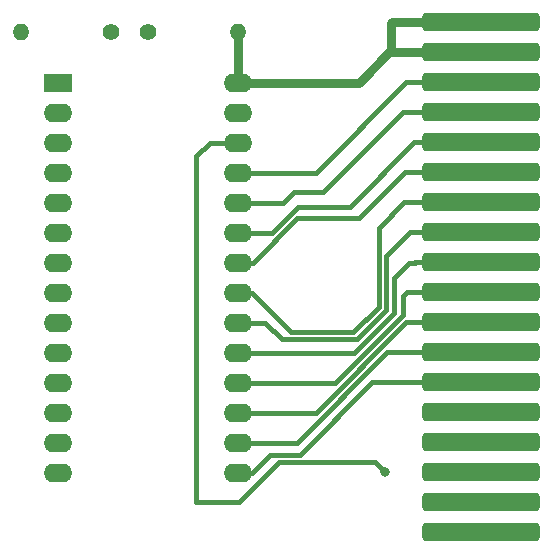
<source format=gtl>
G04 #@! TF.GenerationSoftware,KiCad,Pcbnew,8.0.1*
G04 #@! TF.CreationDate,2024-04-23T01:02:40+02:00*
G04 #@! TF.ProjectId,vectrex_cart_v1.01,76656374-7265-4785-9f63-6172745f7631,V0.1*
G04 #@! TF.SameCoordinates,Original*
G04 #@! TF.FileFunction,Copper,L1,Top*
G04 #@! TF.FilePolarity,Positive*
%FSLAX46Y46*%
G04 Gerber Fmt 4.6, Leading zero omitted, Abs format (unit mm)*
G04 Created by KiCad (PCBNEW 8.0.1) date 2024-04-23 01:02:40*
%MOMM*%
%LPD*%
G01*
G04 APERTURE LIST*
G04 Aperture macros list*
%AMRoundRect*
0 Rectangle with rounded corners*
0 $1 Rounding radius*
0 $2 $3 $4 $5 $6 $7 $8 $9 X,Y pos of 4 corners*
0 Add a 4 corners polygon primitive as box body*
4,1,4,$2,$3,$4,$5,$6,$7,$8,$9,$2,$3,0*
0 Add four circle primitives for the rounded corners*
1,1,$1+$1,$2,$3*
1,1,$1+$1,$4,$5*
1,1,$1+$1,$6,$7*
1,1,$1+$1,$8,$9*
0 Add four rect primitives between the rounded corners*
20,1,$1+$1,$2,$3,$4,$5,0*
20,1,$1+$1,$4,$5,$6,$7,0*
20,1,$1+$1,$6,$7,$8,$9,0*
20,1,$1+$1,$8,$9,$2,$3,0*%
G04 Aperture macros list end*
G04 #@! TA.AperFunction,ComponentPad*
%ADD10C,1.400000*%
G04 #@! TD*
G04 #@! TA.AperFunction,ComponentPad*
%ADD11O,1.400000X1.400000*%
G04 #@! TD*
G04 #@! TA.AperFunction,ConnectorPad*
%ADD12RoundRect,0.400000X-4.600000X0.400000X-4.600000X-0.400000X4.600000X-0.400000X4.600000X0.400000X0*%
G04 #@! TD*
G04 #@! TA.AperFunction,ComponentPad*
%ADD13R,2.400000X1.600000*%
G04 #@! TD*
G04 #@! TA.AperFunction,ComponentPad*
%ADD14O,2.400000X1.600000*%
G04 #@! TD*
G04 #@! TA.AperFunction,ViaPad*
%ADD15C,0.800000*%
G04 #@! TD*
G04 #@! TA.AperFunction,Conductor*
%ADD16C,0.400000*%
G04 #@! TD*
G04 #@! TA.AperFunction,Conductor*
%ADD17C,0.762000*%
G04 #@! TD*
G04 APERTURE END LIST*
D10*
X99560000Y-47250000D03*
D11*
X91940000Y-47250000D03*
D12*
X130810200Y-46400200D03*
X130810200Y-48940200D03*
X130810200Y-51480200D03*
X130810200Y-54020200D03*
X130810200Y-56560200D03*
X130810200Y-59100200D03*
X130810200Y-61640200D03*
X130810200Y-64180200D03*
X130810200Y-66720200D03*
X130810200Y-69260200D03*
X130810200Y-71800200D03*
X130810200Y-74340200D03*
X130810200Y-76880200D03*
X130810200Y-79420200D03*
X130810200Y-81960200D03*
X130810200Y-84500200D03*
X130810200Y-87040200D03*
X130810200Y-89580200D03*
D10*
X102690000Y-47250000D03*
D11*
X110310000Y-47250000D03*
D13*
X95000000Y-51500000D03*
D14*
X95000000Y-54040000D03*
X95000000Y-56580000D03*
X95000000Y-59120000D03*
X95000000Y-61660000D03*
X95000000Y-64200000D03*
X95000000Y-66740000D03*
X95000000Y-69280000D03*
X95000000Y-71820000D03*
X95000000Y-74360000D03*
X95000000Y-76900000D03*
X95000000Y-79440000D03*
X95000000Y-81980000D03*
X95000000Y-84520000D03*
X110240000Y-84520000D03*
X110240000Y-81980000D03*
X110240000Y-79440000D03*
X110240000Y-76900000D03*
X110240000Y-74360000D03*
X110240000Y-71820000D03*
X110240000Y-69280000D03*
X110240000Y-66740000D03*
X110240000Y-64200000D03*
X110240000Y-61660000D03*
X110240000Y-59120000D03*
X110240000Y-56580000D03*
X110240000Y-54040000D03*
X110240000Y-51500000D03*
D15*
X122750000Y-84500000D03*
D16*
X110240000Y-56580000D02*
X107920000Y-56580000D01*
X107920000Y-56580000D02*
X106750000Y-57750000D01*
X106750000Y-57750000D02*
X106750000Y-87000000D01*
X113750000Y-83650000D02*
X121900000Y-83650000D01*
X106750000Y-87000000D02*
X110400000Y-87000000D01*
X110400000Y-87000000D02*
X113750000Y-83650000D01*
X121900000Y-83650000D02*
X122750000Y-84500000D01*
X111480000Y-84520000D02*
X113000000Y-83000000D01*
X110240000Y-84520000D02*
X111480000Y-84520000D01*
X113000000Y-83000000D02*
X115500000Y-83000000D01*
X115500000Y-83000000D02*
X121619800Y-76880200D01*
X110240000Y-59120000D02*
X116880000Y-59120000D01*
X116880000Y-59120000D02*
X124519800Y-51480200D01*
X124519800Y-51480200D02*
X126810200Y-51480200D01*
X117500000Y-60750000D02*
X124250000Y-54000000D01*
X115000000Y-60750000D02*
X117500000Y-60750000D01*
X110240000Y-61660000D02*
X114090000Y-61660000D01*
X114090000Y-61660000D02*
X115000000Y-60750000D01*
X124250000Y-54000000D02*
X124750000Y-54000000D01*
X124750000Y-54000000D02*
X124770200Y-54020200D01*
X124770200Y-54020200D02*
X126810200Y-54020200D01*
X110240000Y-64200000D02*
X113130762Y-64200000D01*
X113130762Y-64200000D02*
X115330762Y-62000000D01*
X115330762Y-62000000D02*
X119750000Y-62000000D01*
X125189800Y-56560200D02*
X126810200Y-56560200D01*
X119750000Y-62000000D02*
X125189800Y-56560200D01*
X110240000Y-66740000D02*
X111510000Y-66740000D01*
X111510000Y-66740000D02*
X115250000Y-63000000D01*
X115250000Y-63000000D02*
X120500000Y-63000000D01*
X120500000Y-63000000D02*
X124399800Y-59100200D01*
X124399800Y-59100200D02*
X126810200Y-59100200D01*
X110240000Y-69280000D02*
X111430000Y-69280000D01*
X122173048Y-70480762D02*
X122173048Y-63826952D01*
X111430000Y-69280000D02*
X114750000Y-72600000D01*
X122173048Y-63826952D02*
X124359800Y-61640200D01*
X124359800Y-61640200D02*
X126810200Y-61640200D01*
X114750000Y-72600000D02*
X120053810Y-72600000D01*
X120053810Y-72600000D02*
X122173048Y-70480762D01*
X110240000Y-71820000D02*
X112570000Y-71820000D01*
X112570000Y-71820000D02*
X114000000Y-73250000D01*
X114000000Y-73250000D02*
X120323048Y-73250000D01*
X120323048Y-73250000D02*
X122823048Y-70750000D01*
X122823048Y-70750000D02*
X122823048Y-66176952D01*
X122823048Y-66176952D02*
X124819800Y-64180200D01*
X124819800Y-64180200D02*
X126810200Y-64180200D01*
X110240000Y-74360000D02*
X120132286Y-74360000D01*
X120132286Y-74360000D02*
X123492286Y-71000000D01*
X123492286Y-71000000D02*
X123492286Y-68007714D01*
X123492286Y-68007714D02*
X124750000Y-66750000D01*
X124750000Y-66750000D02*
X125250000Y-66750000D01*
X125250000Y-66750000D02*
X125279800Y-66720200D01*
X125279800Y-66720200D02*
X126810200Y-66720200D01*
X110240000Y-76900000D02*
X118511524Y-76900000D01*
X118511524Y-76900000D02*
X124250000Y-71161524D01*
X124250000Y-71161524D02*
X124250000Y-69578318D01*
X124250000Y-69578318D02*
X124568118Y-69260200D01*
X124568118Y-69260200D02*
X126810200Y-69260200D01*
X110240000Y-79440000D02*
X116890762Y-79440000D01*
X116890762Y-79440000D02*
X124530562Y-71800200D01*
X124530562Y-71800200D02*
X126810200Y-71800200D01*
X110240000Y-81980000D02*
X115270000Y-81980000D01*
X115270000Y-81980000D02*
X122909800Y-74340200D01*
X122909800Y-74340200D02*
X126810200Y-74340200D01*
X121619800Y-76880200D02*
X126810200Y-76880200D01*
D17*
X123250000Y-48750000D02*
X120500000Y-51500000D01*
X120500000Y-51500000D02*
X110240000Y-51500000D01*
X126810200Y-46400200D02*
X123349800Y-46400200D01*
X123349800Y-46400200D02*
X123250000Y-46500000D01*
X123250000Y-46500000D02*
X123250000Y-48750000D01*
X123250000Y-48750000D02*
X123440200Y-48940200D01*
X123440200Y-48940200D02*
X126810200Y-48940200D01*
X110310000Y-47250000D02*
X110310000Y-51430000D01*
X110310000Y-51430000D02*
X110240000Y-51500000D01*
M02*

</source>
